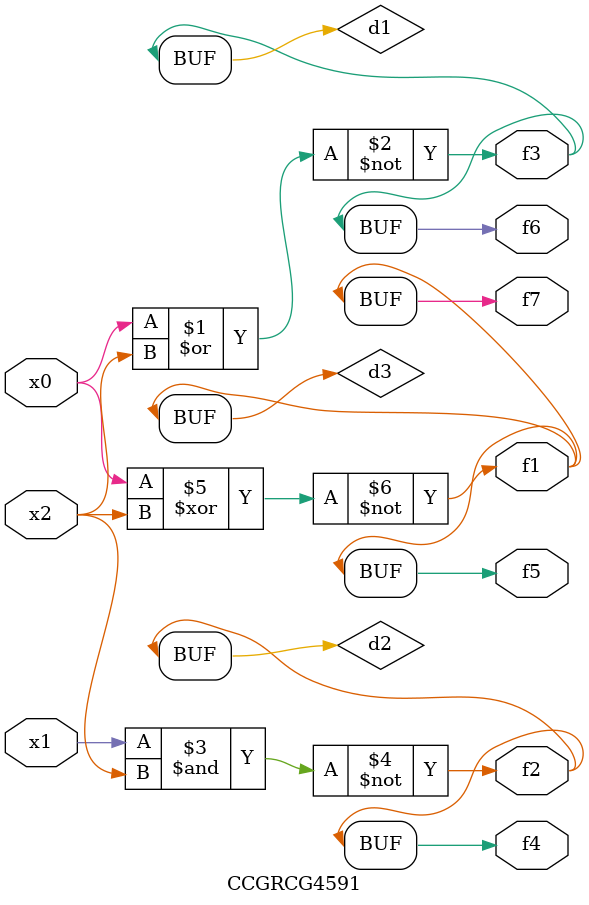
<source format=v>
module CCGRCG4591(
	input x0, x1, x2,
	output f1, f2, f3, f4, f5, f6, f7
);

	wire d1, d2, d3;

	nor (d1, x0, x2);
	nand (d2, x1, x2);
	xnor (d3, x0, x2);
	assign f1 = d3;
	assign f2 = d2;
	assign f3 = d1;
	assign f4 = d2;
	assign f5 = d3;
	assign f6 = d1;
	assign f7 = d3;
endmodule

</source>
